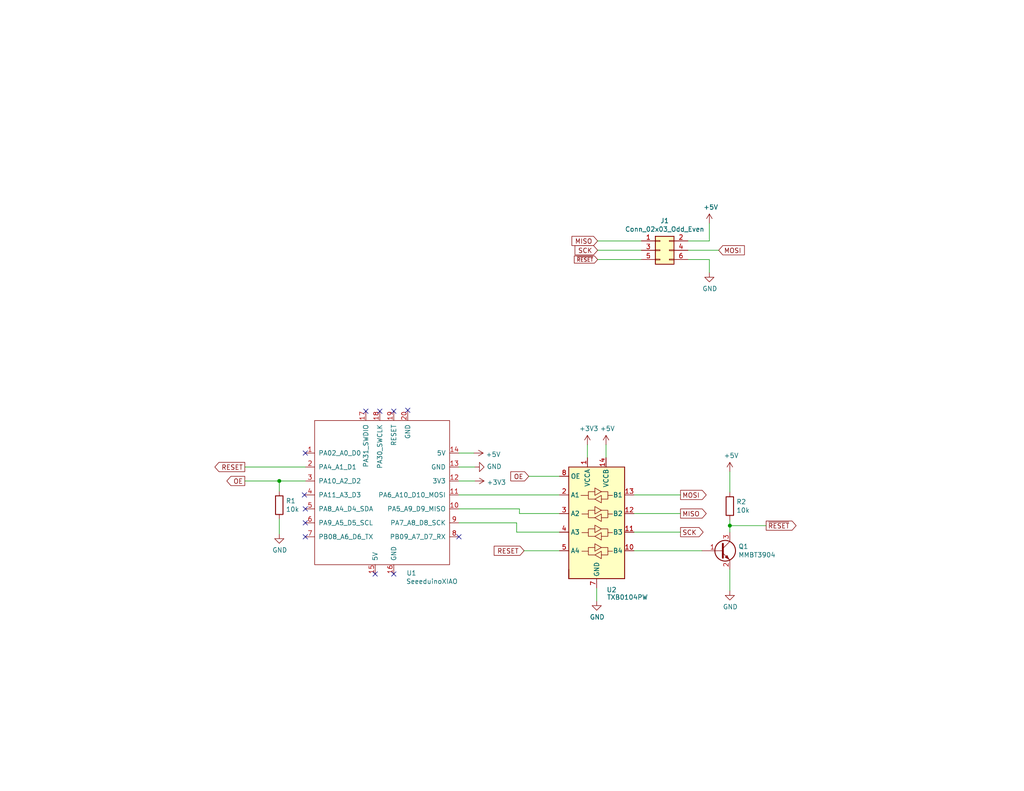
<source format=kicad_sch>
(kicad_sch (version 20211123) (generator eeschema)
  (paper "USLetter")
  (title_block (title "Seeeduino XIAO ISP Programmer") (date "2023-02-08") (rev "v2.1") (company "Gavin Hurlbut"))
  (lib_symbols
    (symbol "Connector_Generic:Conn_02x03_Odd_Even" (pin_names (offset 1.016) hide)
      (property "Reference" "J" (at 1.27 5.08 0))
      (property "Value" "Conn_02x03_Odd_Even" (at 1.27 -5.08 0))
      (symbol "Conn_02x03_Odd_Even_1_1"
        (rectangle (start -1.27 -2.413) (end 0 -2.667) (stroke (width 0.1524)))
        (rectangle (start -1.27 0.127) (end 0 -0.127) (stroke (width 0.1524)))
        (rectangle (start -1.27 2.667) (end 0 2.413) (stroke (width 0.1524)))
        (rectangle (start -1.27 3.81) (end 3.81 -3.81) (stroke (width 0.254)) (fill (type background)))
        (rectangle (start 3.81 -2.413) (end 2.54 -2.667) (stroke (width 0.1524)))
        (rectangle (start 3.81 0.127) (end 2.54 -0.127) (stroke (width 0.1524)))
        (rectangle (start 3.81 2.667) (end 2.54 2.413) (stroke (width 0.1524)))
        (pin passive line (at -5.08 2.54 0) (length 3.81) (name "Pin_1") (number "1"))
        (pin passive line (at 7.62 2.54 180) (length 3.81) (name "Pin_2") (number "2"))
        (pin passive line (at -5.08 0 0) (length 3.81) (name "Pin_3") (number "3"))
        (pin passive line (at 7.62 0 180) (length 3.81) (name "Pin_4") (number "4"))
        (pin passive line (at -5.08 -2.54 0) (length 3.81) (name "Pin_5") (number "5"))
        (pin passive line (at 7.62 -2.54 180) (length 3.81) (name "Pin_6") (number "6"))
      )
    )
    (symbol "Device:R" (pin_numbers hide) (pin_names (offset 0))
      (property "Reference" "R" (at 2.032 0 90))
      (property "Value" "R" (at 0 0 90))
      (symbol "R_0_1"
        (rectangle (start -1.016 -2.54) (end 1.016 2.54) (stroke (width 0.254)))
      )
      (symbol "R_1_1"
        (pin passive line (at 0 3.81 270) (length 1.27) (name "~") (number "1"))
        (pin passive line (at 0 -3.81 90) (length 1.27) (name "~") (number "2"))
      )
    )
    (symbol "Logic_LevelTranslator:TXB0104PW"
      (property "Reference" "U" (at -6.35 16.51 0))
      (property "Value" "TXB0104PW" (at 3.81 16.51 0))
      (symbol "TXB0104PW_0_1"
        (rectangle (start -7.62 -15.24) (end -7.62 -12.7) (stroke (width 0.254)))
        (rectangle (start -7.62 15.24) (end 7.62 -15.24) (stroke (width 0.254)) (fill (type background)))
        (polyline (pts (xy -2.286 -7.747) (xy -2.286 -6.731) (xy -0.508 -6.731)))
        (polyline (pts (xy -2.286 -2.667) (xy -2.286 -1.651) (xy -0.508 -1.651)))
        (polyline (pts (xy -2.286 2.413) (xy -2.286 3.429) (xy -0.508 3.429)))
        (polyline (pts (xy -2.286 7.493) (xy -2.286 8.509) (xy -0.508 8.509)))
        (polyline (pts (xy 3.048 -7.747) (xy 3.048 -8.763) (xy 1.27 -8.763)))
        (polyline (pts (xy 3.048 -2.667) (xy 3.048 -3.683) (xy 1.27 -3.683)))
        (polyline (pts (xy 3.048 2.413) (xy 3.048 1.397) (xy 1.27 1.397)))
        (polyline (pts (xy 3.048 7.493) (xy 3.048 6.477) (xy 1.27 6.477)))
        (polyline (pts (xy -0.508 -8.763) (xy -2.286 -8.763) (xy -2.286 -7.747) (xy -4.064 -7.747)))
        (polyline (pts (xy -0.508 -8.763) (xy 1.27 -7.747) (xy 1.27 -9.779) (xy -0.508 -8.763)))
        (polyline (pts (xy -0.508 -3.683) (xy -2.286 -3.683) (xy -2.286 -2.667) (xy -4.064 -2.667)))
        (polyline (pts (xy -0.508 -3.683) (xy 1.27 -2.667) (xy 1.27 -4.699) (xy -0.508 -3.683)))
        (polyline (pts (xy -0.508 1.397) (xy -2.286 1.397) (xy -2.286 2.413) (xy -4.064 2.413)))
        (polyline (pts (xy -0.508 1.397) (xy 1.27 2.413) (xy 1.27 0.381) (xy -0.508 1.397)))
        (polyline (pts (xy -0.508 6.477) (xy -2.286 6.477) (xy -2.286 7.493) (xy -4.318 7.493)))
        (polyline (pts (xy -0.508 6.477) (xy 1.27 7.493) (xy 1.27 5.461) (xy -0.508 6.477)))
        (polyline (pts (xy 1.27 -6.731) (xy -0.508 -7.747) (xy -0.508 -5.715) (xy 1.27 -6.731)))
        (polyline (pts (xy 1.27 -6.731) (xy 3.048 -6.731) (xy 3.048 -7.747) (xy 4.318 -7.747)))
        (polyline (pts (xy 1.27 -1.651) (xy -0.508 -2.667) (xy -0.508 -0.635) (xy 1.27 -1.651)))
        (polyline (pts (xy 1.27 -1.651) (xy 3.048 -1.651) (xy 3.048 -2.667) (xy 4.318 -2.667)))
        (polyline (pts (xy 1.27 3.429) (xy -0.508 2.413) (xy -0.508 4.445) (xy 1.27 3.429)))
        (polyline (pts (xy 1.27 3.429) (xy 3.048 3.429) (xy 3.048 2.413) (xy 4.318 2.413)))
        (polyline (pts (xy 1.27 8.509) (xy -0.508 7.493) (xy -0.508 9.525) (xy 1.27 8.509)))
        (polyline (pts (xy 1.27 8.509) (xy 3.048 8.509) (xy 3.048 7.493) (xy 4.318 7.493)))
      )
      (symbol "TXB0104PW_1_1"
        (pin power_in line (at -2.54 17.78 270) (length 2.54) (name "VCCA") (number "1"))
        (pin bidirectional line (at 10.16 -7.62 180) (length 2.54) (name "B4") (number "10"))
        (pin bidirectional line (at 10.16 -2.54 180) (length 2.54) (name "B3") (number "11"))
        (pin bidirectional line (at 10.16 2.54 180) (length 2.54) (name "B2") (number "12"))
        (pin bidirectional line (at 10.16 7.62 180) (length 2.54) (name "B1") (number "13"))
        (pin power_in line (at 2.54 17.78 270) (length 2.54) (name "VCCB") (number "14"))
        (pin bidirectional line (at -10.16 7.62 0) (length 2.54) (name "A1") (number "2"))
        (pin bidirectional line (at -10.16 2.54 0) (length 2.54) (name "A2") (number "3"))
        (pin bidirectional line (at -10.16 -2.54 0) (length 2.54) (name "A3") (number "4"))
        (pin bidirectional line (at -10.16 -7.62 0) (length 2.54) (name "A4") (number "5"))
        (pin no_connect line (at -10.16 -12.7 0) (length 2.54) hide (name "NC") (number "6"))
        (pin power_in line (at 0 -17.78 90) (length 2.54) (name "GND") (number "7"))
        (pin input line (at -10.16 12.7 0) (length 2.54) (name "OE") (number "8"))
        (pin no_connect line (at 10.16 -12.7 180) (length 2.54) hide (name "NC") (number "9"))
      )
    )
    (symbol "Seeeduino-XIAO:SeeeduinoXIAO" (pin_names (offset 1.016))
      (property "Reference" "U" (at -19.05 22.86 0))
      (property "Value" "SeeeduinoXIAO" (at -12.7 21.59 0))
      (symbol "SeeeduinoXIAO_0_1"
        (rectangle (start -19.05 20.32) (end 17.78 -19.05))
      )
      (symbol "SeeeduinoXIAO_1_1"
        (pin unspecified line (at -21.59 11.43 0) (length 2.54) (name "PA02_A0_D0") (number "1"))
        (pin unspecified line (at 20.32 -3.81 180) (length 2.54) (name "PA5_A9_D9_MISO") (number "10"))
        (pin unspecified line (at 20.32 0 180) (length 2.54) (name "PA6_A10_D10_MOSI") (number "11"))
        (pin unspecified line (at 20.32 3.81 180) (length 2.54) (name "3V3") (number "12"))
        (pin unspecified line (at 20.32 7.62 180) (length 2.54) (name "GND") (number "13"))
        (pin unspecified line (at 20.32 11.43 180) (length 2.54) (name "5V") (number "14"))
        (pin input line (at -2.54 -21.59 90) (length 2.54) (name "5V") (number "15"))
        (pin input line (at 2.54 -21.59 90) (length 2.54) (name "GND") (number "16"))
        (pin input line (at -5.08 22.86 270) (length 2.54) (name "PA31_SWDIO") (number "17"))
        (pin input line (at -1.27 22.86 270) (length 2.54) (name "PA30_SWCLK") (number "18"))
        (pin input line (at 2.54 22.86 270) (length 2.54) (name "RESET") (number "19"))
        (pin unspecified line (at -21.59 7.62 0) (length 2.54) (name "PA4_A1_D1") (number "2"))
        (pin input line (at 6.35 22.86 270) (length 2.54) (name "GND") (number "20"))
        (pin unspecified line (at -21.59 3.81 0) (length 2.54) (name "PA10_A2_D2") (number "3"))
        (pin unspecified line (at -21.59 0 0) (length 2.54) (name "PA11_A3_D3") (number "4"))
        (pin unspecified line (at -21.59 -3.81 0) (length 2.54) (name "PA8_A4_D4_SDA") (number "5"))
        (pin unspecified line (at -21.59 -7.62 0) (length 2.54) (name "PA9_A5_D5_SCL") (number "6"))
        (pin unspecified line (at -21.59 -11.43 0) (length 2.54) (name "PB08_A6_D6_TX") (number "7"))
        (pin unspecified line (at 20.32 -11.43 180) (length 2.54) (name "PB09_A7_D7_RX") (number "8"))
        (pin unspecified line (at 20.32 -7.62 180) (length 2.54) (name "PA7_A8_D8_SCK") (number "9"))
      )
    )
    (symbol "Transistor_BJT:MMBT3904" (pin_names (offset 0) hide)
      (property "Reference" "Q" (at 5.08 1.905 0))
      (property "Value" "MMBT3904" (at 5.08 0 0))
      (symbol "MMBT3904_0_1"
        (polyline (pts (xy 0.635 0.635) (xy 2.54 2.54)))
        (polyline (pts (xy 0.635 -0.635) (xy 2.54 -2.54) (xy 2.54 -2.54)))
        (polyline (pts (xy 0.635 1.905) (xy 0.635 -1.905) (xy 0.635 -1.905)) (stroke (width 0.508)))
        (polyline (pts (xy 1.27 -1.778) (xy 1.778 -1.27) (xy 2.286 -2.286) (xy 1.27 -1.778) (xy 1.27 -1.778)) (fill (type outline)))
        (circle (center 1.27 0) (radius 2.8194) (stroke (width 0.254)))
      )
      (symbol "MMBT3904_1_1"
        (pin input line (at -5.08 0 0) (length 5.715) (name "B") (number "1"))
        (pin passive line (at 2.54 -5.08 90) (length 2.54) (name "E") (number "2"))
        (pin passive line (at 2.54 5.08 270) (length 2.54) (name "C") (number "3"))
      )
    )
    (symbol "power:+3V3" (power) (pin_names (offset 0))
      (property "Value" "+3V3" (at 0 3.556 0))
      (symbol "+3V3_0_1"
        (polyline (pts (xy -0.762 1.27) (xy 0 2.54)))
        (polyline (pts (xy 0 0) (xy 0 2.54)))
        (polyline (pts (xy 0 2.54) (xy 0.762 1.27)))
      )
      (symbol "+3V3_1_1"
        (pin power_in line (at 0 0 90) (length 0) hide (name "+3V3") (number "1"))
      )
    )
    (symbol "power:+5V" (power) (pin_names (offset 0))
      (property "Value" "+5V" (at 0 3.556 0))
      (symbol "+5V_0_1"
        (polyline (pts (xy -0.762 1.27) (xy 0 2.54)))
        (polyline (pts (xy 0 0) (xy 0 2.54)))
        (polyline (pts (xy 0 2.54) (xy 0.762 1.27)))
      )
      (symbol "+5V_1_1"
        (pin power_in line (at 0 0 90) (length 0) hide (name "+5V") (number "1"))
      )
    )
    (symbol "power:GND" (power) (pin_names (offset 0))
      (property "Value" "GND" (at 0 -3.81 0))
      (symbol "GND_0_1"
        (polyline (pts (xy 0 0) (xy 0 -1.27) (xy 1.27 -1.27) (xy 0 -2.54) (xy -1.27 -1.27) (xy 0 -1.27)))
      )
      (symbol "GND_1_1"
        (pin power_in line (at 0 0 270) (length 0) hide (name "GND") (number "1"))
      )
    )
  )
  (junction (at 76.2 131.318))
  (junction (at 199.136 143.51))
  (no_connect (at 102.362 156.718))
  (no_connect (at 83.312 146.558))
  (no_connect (at 83.312 142.748))
  (no_connect (at 83.312 123.698))
  (no_connect (at 99.822 112.268))
  (no_connect (at 103.632 112.268))
  (no_connect (at 125.222 146.558))
  (no_connect (at 111.252 112.014))
  (no_connect (at 107.442 156.718))
  (no_connect (at 83.312 138.938))
  (no_connect (at 83.058 135.128))
  (no_connect (at 107.442 112.268))
  (wire (pts (xy 193.548 65.786) (xy 187.706 65.786)))
  (wire (pts (xy 141.732 140.208) (xy 152.654 140.208)))
  (wire (pts (xy 187.706 68.326) (xy 196.088 68.326)))
  (wire (pts (xy 172.974 150.368) (xy 191.516 150.368)))
  (wire (pts (xy 175.006 70.866) (xy 163.068 70.866)))
  (wire (pts (xy 165.354 121.412) (xy 165.354 124.968)))
  (wire (pts (xy 199.136 128.778) (xy 199.136 134.366)))
  (wire (pts (xy 193.548 74.422) (xy 193.548 70.866)))
  (wire (pts (xy 125.222 138.938) (xy 141.732 138.938)))
  (wire (pts (xy 76.2 134.112) (xy 76.2 131.318)))
  (wire (pts (xy 83.312 131.318) (xy 76.2 131.318)))
  (wire (pts (xy 76.2 145.796) (xy 76.2 141.732)))
  (wire (pts (xy 141.732 138.938) (xy 141.732 140.208)))
  (wire (pts (xy 152.654 150.368) (xy 143.002 150.368)))
  (wire (pts (xy 140.97 145.288) (xy 152.654 145.288)))
  (wire (pts (xy 172.974 145.288) (xy 185.674 145.288)))
  (wire (pts (xy 193.548 60.96) (xy 193.548 65.786)))
  (wire (pts (xy 152.654 135.128) (xy 125.222 135.128)))
  (wire (pts (xy 125.222 142.748) (xy 140.97 142.748)))
  (wire (pts (xy 199.136 141.986) (xy 199.136 143.51)))
  (wire (pts (xy 199.136 161.29) (xy 199.136 155.448)))
  (wire (pts (xy 76.2 131.318) (xy 66.802 131.318)))
  (wire (pts (xy 193.548 70.866) (xy 187.706 70.866)))
  (wire (pts (xy 160.274 121.412) (xy 160.274 124.968)))
  (wire (pts (xy 199.136 143.51) (xy 209.042 143.51)))
  (wire (pts (xy 199.136 143.51) (xy 199.136 145.288)))
  (wire (pts (xy 152.654 130.048) (xy 144.272 130.048)))
  (wire (pts (xy 175.006 65.786) (xy 163.068 65.786)))
  (wire (pts (xy 140.97 142.748) (xy 140.97 145.288)))
  (wire (pts (xy 125.222 127.508) (xy 129.54 127.508)))
  (wire (pts (xy 172.974 140.208) (xy 185.674 140.208)))
  (wire (pts (xy 162.814 164.084) (xy 162.814 160.528)))
  (wire (pts (xy 172.974 135.128) (xy 185.674 135.128)))
  (wire (pts (xy 129.54 131.318) (xy 125.222 131.318)))
  (wire (pts (xy 66.802 127.508) (xy 83.312 127.508)))
  (wire (pts (xy 175.006 68.326) (xy 163.068 68.326)))
  (wire (pts (xy 125.222 123.698) (xy 129.286 123.698)))
  (global_label "OE" (shape input) (at 144.272 130.048 180) (property "Intersheet References" "${INTERSHEET_REFS}" (effects hide)))
  (global_label "~{RESET}" (shape input) (at 163.068 70.866 180) (effects (font (size 0.9906 0.9906))) (property "Intersheet References" "${INTERSHEET_REFS}" (effects hide)))
  (global_label "RESET" (shape output) (at 66.802 127.508 180) (property "Intersheet References" "${INTERSHEET_REFS}" (effects hide)))
  (global_label "~{RESET}" (shape output) (at 209.042 143.51 0) (property "Intersheet References" "${INTERSHEET_REFS}" (effects hide)))
  (global_label "MOSI" (shape input) (at 196.088 68.326 0) (property "Intersheet References" "${INTERSHEET_REFS}" (effects hide)))
  (global_label "SCK" (shape input) (at 163.068 68.326 180) (property "Intersheet References" "${INTERSHEET_REFS}" (effects hide)))
  (global_label "MOSI" (shape output) (at 185.674 135.128 0) (property "Intersheet References" "${INTERSHEET_REFS}" (effects hide)))
  (global_label "RESET" (shape input) (at 143.002 150.368 180) (property "Intersheet References" "${INTERSHEET_REFS}" (effects hide)))
  (global_label "OE" (shape output) (at 66.802 131.318 180) (property "Intersheet References" "${INTERSHEET_REFS}" (effects hide)))
  (global_label "MISO" (shape input) (at 163.068 65.786 180) (property "Intersheet References" "${INTERSHEET_REFS}" (effects hide)))
  (global_label "MISO" (shape output) (at 185.674 140.208 0) (property "Intersheet References" "${INTERSHEET_REFS}" (effects hide)))
  (global_label "SCK" (shape output) (at 185.674 145.288 0) (property "Intersheet References" "${INTERSHEET_REFS}" (effects hide)))
  (symbol (lib_id "Seeeduino-XIAO:SeeeduinoXIAO") (at 104.902 135.128 0) (unit 1)
    (property "Reference" "U1" (at 112.268 156.464 0))
    (property "Value" "SeeeduinoXIAO" (at 117.856 158.75 0))
    (property "Footprint" "Seeeduino-XIAO:Seeeduino XIAO-MOUDLE14P-2.54-21X17.8MM" (effects hide))
  )
  (symbol (lib_id "power:+5V") (at 129.286 123.698 270) (unit 1)
    (property "Reference" "#PWR02" (effects hide))
    (property "Value" "+5V" (at 132.5372 124.079 90) (effects (justify left)))
  )
  (symbol (lib_id "power:+3V3") (at 129.54 131.318 270) (unit 1)
    (property "Reference" "#PWR04" (effects hide))
    (property "Value" "+3V3" (at 132.7912 131.699 90) (effects (justify left)))
  )
  (symbol (lib_id "power:GND") (at 129.54 127.508 90) (unit 1)
    (property "Reference" "#PWR03" (effects hide))
    (property "Value" "GND" (at 132.7912 127.381 90) (effects (justify right)))
  )
  (symbol (lib_id "Logic_LevelTranslator:TXB0104PW") (at 162.814 142.748 0) (unit 1)
    (property "Reference" "U2" (at 166.878 161.036 0))
    (property "Value" "TXB0104PW" (at 171.196 163.068 0))
    (property "Footprint" "Package_SO:TSSOP-14_4.4x5mm_P0.65mm" (effects hide))
    (property "Datasheet" "http://www.ti.com/lit/ds/symlink/txb0104.pdf" (effects hide))
  )
  (symbol (lib_id "power:GND") (at 162.814 164.084 0) (unit 1)
    (property "Reference" "#PWR06" (effects hide))
    (property "Value" "GND" (at 162.941 168.4782 0))
  )
  (symbol (lib_id "power:+5V") (at 165.354 121.412 0) (unit 1)
    (property "Reference" "#PWR07" (effects hide))
    (property "Value" "+5V" (at 165.735 117.0178 0))
  )
  (symbol (lib_id "power:+3V3") (at 160.274 121.412 0) (unit 1)
    (property "Reference" "#PWR05" (effects hide))
    (property "Value" "+3V3" (at 160.655 117.0178 0))
  )
  (symbol (lib_id "Transistor_BJT:MMBT3904") (at 196.596 150.368 0) (unit 1)
    (property "Reference" "Q1" (at 201.4474 149.1996 0) (effects (justify left)))
    (property "Value" "MMBT3904" (at 201.4474 151.511 0) (effects (justify left)))
    (property "Footprint" "Package_TO_SOT_SMD:SOT-23" (effects hide))
    (property "Datasheet" "https://www.onsemi.com/pub/Collateral/2N3903-D.PDF" (effects hide))
  )
  (symbol (lib_id "power:GND") (at 199.136 161.29 0) (unit 1)
    (property "Reference" "#PWR011" (effects hide))
    (property "Value" "GND" (at 199.263 165.6842 0))
  )
  (symbol (lib_id "Device:R") (at 199.136 138.176 0) (unit 1)
    (property "Reference" "R2" (at 200.914 137.0076 0) (effects (justify left)))
    (property "Value" "10k" (at 200.914 139.319 0) (effects (justify left)))
    (property "Footprint" "Resistor_SMD:R_0805_2012Metric_Pad1.20x1.40mm_HandSolder" (effects hide))
  )
  (symbol (lib_id "power:+5V") (at 199.136 128.778 0) (unit 1)
    (property "Reference" "#PWR010" (effects hide))
    (property "Value" "+5V" (at 199.517 124.3838 0))
  )
  (symbol (lib_id "Connector_Generic:Conn_02x03_Odd_Even") (at 180.086 68.326 0) (unit 1)
    (property "Reference" "J1" (at 181.356 60.2742 0))
    (property "Value" "Conn_02x03_Odd_Even" (at 181.356 62.5856 0))
    (property "Footprint" "Connector_PinHeader_2.54mm:PinHeader_2x03_P2.54mm_Vertical" (effects hide))
  )
  (symbol (lib_id "power:+5V") (at 193.548 60.96 0) (unit 1)
    (property "Reference" "#PWR08" (effects hide))
    (property "Value" "+5V" (at 193.929 56.5658 0))
  )
  (symbol (lib_id "power:GND") (at 193.548 74.422 0) (unit 1)
    (property "Reference" "#PWR09" (effects hide))
    (property "Value" "GND" (at 193.675 78.8162 0))
  )
  (symbol (lib_id "Device:R") (at 76.2 137.922 0) (unit 1)
    (property "Reference" "R1" (at 77.978 136.7536 0) (effects (justify left)))
    (property "Value" "10k" (at 77.978 139.065 0) (effects (justify left)))
    (property "Footprint" "Resistor_SMD:R_0805_2012Metric_Pad1.20x1.40mm_HandSolder" (effects hide))
  )
  (symbol (lib_id "power:GND") (at 76.2 145.796 0) (unit 1)
    (property "Reference" "#PWR01" (effects hide))
    (property "Value" "GND" (at 76.327 150.1902 0))
  )
)
</source>
